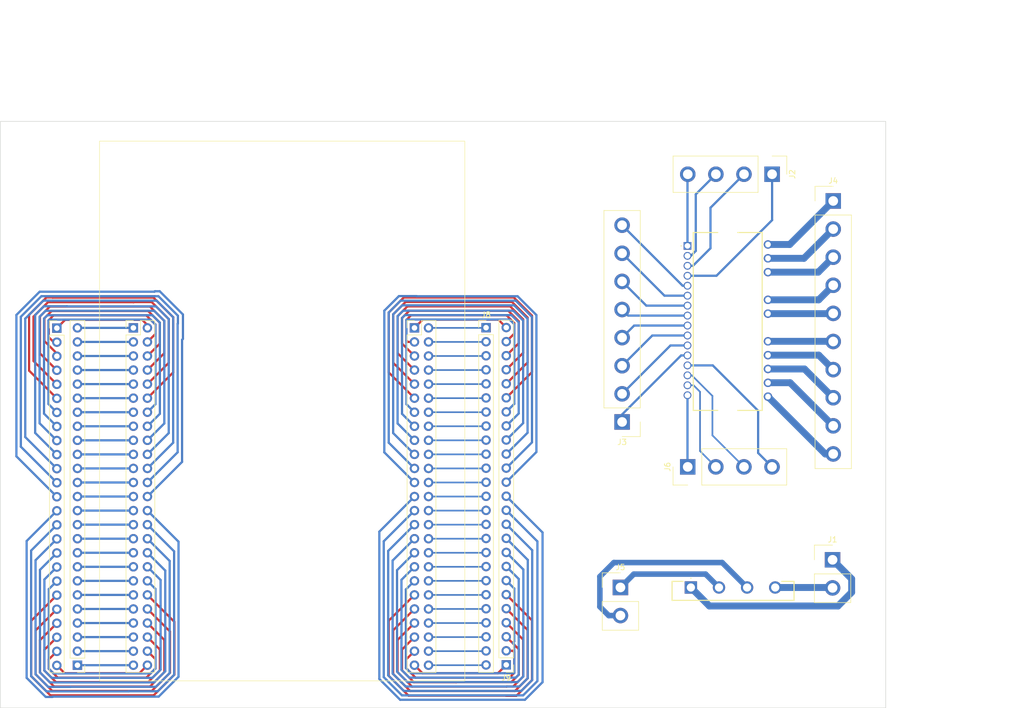
<source format=kicad_pcb>
(kicad_pcb (version 20221018) (generator pcbnew)
  (layers (0 "F.Cu" signal) (31 "B.Cu" signal) (34 "B.Paste" user) (35 "F.Paste" user) (36 "B.SilkS" user "B.Silkscreen") (37 "F.SilkS" user "F.Silkscreen") (38 "B.Mask" user) (39 "F.Mask" user) (44 "Edge.Cuts" user))
  (net 0 "")
  (net 1 "Net-(BR1-+)")
  (net 2 "Net-(BR1-~_1)")
  (net 3 "Net-(BR1-~_2)")
  (net 4 "Net-(BR1--)")
  (net 5 "Net-(IC1-GND)")
  (net 6 "Net-(IC1-T{slash}~{SD}{slash}OD_)")
  (net 7 "Net-(IC1-VCC_W_)")
  (net 8 "Net-(IC1-HIN_W)")
  (net 9 "Net-(IC1-LIN_W)")
  (net 10 "Net-(IC1-OP+)")
  (net 11 "Net-(IC1-OPOUT)")
  (net 12 "Net-(IC1-OP-)")
  (net 13 "Net-(IC1-VCC_V)")
  (net 14 "Net-(IC1-HIN_V_)")
  (net 15 "Net-(IC1-LIN_V)")
  (net 16 "Net-(IC1-CIN_)")
  (net 17 "Net-(IC1-VCC_U)")
  (net 18 "Net-(IC1-HIN_U)")
  (net 19 "Net-(IC1-T{slash}~{SD}{slash}OD)")
  (net 20 "Net-(IC1-LIN_U)")
  (net 21 "Net-(IC1-VBOOT_U)")
  (net 22 "Net-(IC1-P)")
  (net 23 "Net-(IC1-U_OUTU)")
  (net 24 "Net-(IC1-NU)")
  (net 25 "Net-(IC1-VBOOT_V)")
  (net 26 "Net-(IC1-V_OUTV)")
  (net 27 "Net-(IC1-NV)")
  (net 28 "Net-(IC1-VBOOT_W)")
  (net 29 "Net-(IC1-W_OUTW)")
  (net 30 "Net-(IC1-NW)")
  (net 31 "Net-(J11-Pin_25)")
  (net 32 "Net-(J11-Pin_24)")
  (net 33 "Net-(J11-Pin_23)")
  (net 34 "Net-(J11-Pin_22)")
  (net 35 "Net-(J11-Pin_21)")
  (net 36 "Net-(J11-Pin_20)")
  (net 37 "Net-(J11-Pin_19)")
  (net 38 "Net-(J11-Pin_18)")
  (net 39 "Net-(J11-Pin_17)")
  (net 40 "Net-(J11-Pin_16)")
  (net 41 "Net-(J11-Pin_15)")
  (net 42 "Net-(J11-Pin_14)")
  (net 43 "Net-(J11-Pin_13)")
  (net 44 "Net-(J11-Pin_12)")
  (net 45 "Net-(J11-Pin_11)")
  (net 46 "Net-(J11-Pin_10)")
  (net 47 "Net-(J11-Pin_9)")
  (net 48 "Net-(J11-Pin_8)")
  (net 49 "Net-(J11-Pin_7)")
  (net 50 "Net-(J11-Pin_6)")
  (net 51 "Net-(J11-Pin_5)")
  (net 52 "Net-(J11-Pin_4)")
  (net 53 "Net-(J11-Pin_3)")
  (net 54 "Net-(J11-Pin_2)")
  (net 55 "Net-(J11-Pin_1)")
  (net 56 "Net-(J10-Pin_1)")
  (net 57 "Net-(J10-Pin_2)")
  (net 58 "Net-(J10-Pin_3)")
  (net 59 "Net-(J10-Pin_4)")
  (net 60 "Net-(J10-Pin_5)")
  (net 61 "Net-(J10-Pin_6)")
  (net 62 "Net-(J10-Pin_7)")
  (net 63 "Net-(J10-Pin_8)")
  (net 64 "Net-(J10-Pin_9)")
  (net 65 "Net-(J10-Pin_10)")
  (net 66 "Net-(J10-Pin_11)")
  (net 67 "Net-(J10-Pin_12)")
  (net 68 "Net-(J10-Pin_13)")
  (net 69 "Net-(J10-Pin_14)")
  (net 70 "Net-(J10-Pin_15)")
  (net 71 "Net-(J10-Pin_16)")
  (net 72 "Net-(J10-Pin_17)")
  (net 73 "Net-(J10-Pin_18)")
  (net 74 "Net-(J10-Pin_19)")
  (net 75 "Net-(J10-Pin_20)")
  (net 76 "Net-(J10-Pin_21)")
  (net 77 "Net-(J10-Pin_22)")
  (net 78 "Net-(J10-Pin_23)")
  (net 79 "Net-(J10-Pin_24)")
  (net 80 "Net-(J10-Pin_25)")
  (net 81 "Net-(J9-Pin_25)")
  (net 82 "Net-(J9-Pin_24)")
  (net 83 "Net-(J9-Pin_23)")
  (net 84 "Net-(J7-PH0)")
  (net 85 "Net-(J7-PC14)")
  (net 86 "Net-(J7-PE6)")
  (net 87 "Net-(J7-PE4)")
  (net 88 "Net-(J7-PE2)")
  (net 89 "Net-(J7-PE0)")
  (net 90 "Net-(J7-PB8)")
  (net 91 "Net-(J7-BOOT0)")
  (net 92 "Net-(J7-PB6)")
  (net 93 "Net-(J7-PB4)")
  (net 94 "Net-(J7-PD7)")
  (net 95 "Net-(J7-PD5)")
  (net 96 "Net-(J7-PD3)")
  (net 97 "Net-(J7-PD1)")
  (net 98 "Net-(J7-PC12)")
  (net 99 "Net-(J7-PC10)")
  (net 100 "Net-(J7-PA14)")
  (net 101 "Net-(J7-PA10)")
  (net 102 "Net-(J7-PA8)")
  (net 103 "Net-(J7-PC8)")
  (net 104 "Net-(J7-PC6)")
  (net 105 "Net-(J9-Pin_1)")
  (net 106 "Net-(J8-Pin_1)")
  (net 107 "Net-(J8-Pin_2)")
  (net 108 "Net-(J8-Pin_3)")
  (net 109 "Net-(J7-PH1)")
  (net 110 "Net-(J7-PC15)")
  (net 111 "Net-(J7-PC13)")
  (net 112 "Net-(J7-PE5)")
  (net 113 "Net-(J7-PE3)")
  (net 114 "Net-(J7-PE1)")
  (net 115 "Net-(J7-PB9)")
  (net 116 "Net-(J8-Pin_11)")
  (net 117 "Net-(J7-PB7)")
  (net 118 "Net-(J7-PB5)")
  (net 119 "Net-(J7-PB3)")
  (net 120 "Net-(J7-PD6)")
  (net 121 "Net-(J7-PD4)")
  (net 122 "Net-(J7-PD2)")
  (net 123 "Net-(J7-PD0)")
  (net 124 "Net-(J7-PC11)")
  (net 125 "Net-(J7-PA15)")
  (net 126 "Net-(J7-PA13)")
  (net 127 "Net-(J7-PA9)")
  (net 128 "Net-(J7-PC9)")
  (net 129 "Net-(J7-PC7)")
  (net 130 "Net-(J8-Pin_25)")
  (footprint "Connector_Samtec_HPM_THT:Samtec_HPM-04-01-x-S_Straight_1x04_Pitch5.08mm" (layer "F.Cu") (at 215.4655 56.5495 -90)
    (fp_text reference "J2")
    (fp_text value "Conn_01x04")
  )
  (footprint "Custom:STM32F407G-DISC1-SHIELD" (layer "F.Cu") (at 126.91 102.39)
    (fp_text reference "J7" hide)
    (fp_text value "STM32F407G-DISC1-SHIELD" hide)
  )
  (footprint "Connector_Samtec_HPM_THT:Samtec_HPM-02-01-x-S_Straight_1x02_Pitch5.08mm" (layer "F.Cu") (at 226.393 126.232)
    (fp_text reference "J1")
    (fp_text value "Conn_01x02")
  )
  (footprint "Connector_PinHeader_2.54mm:PinHeader_1x25_P2.54mm_Vertical" (layer "F.Cu") (at 86.2 84.36)
    (fp_text reference "J10" hide)
    (fp_text value "Conn_01x25" hide)
  )
  (footprint "Connector_Samtec_HPM_THT:Samtec_HPM-08-01-x-S_Straight_1x08_Pitch5.08mm" (layer "F.Cu") (at 188.3555 101.3195 180)
    (fp_text reference "J3")
    (fp_text value "Conn_01x08")
  )
  (footprint "SamacSys_Parts:GBUE2560M3P" (layer "F.Cu") (at 200.7855 131.2375 180)
    (fp_text reference "BR1" hide)
    (fp_text value "GBUE2560-M3_P" hide)
  )
  (footprint "Connector_Samtec_HPM_THT:Samtec_HPM-10-01-x-S_Straight_1x10_Pitch5.08mm" (layer "F.Cu") (at 226.5125 61.3825)
    (fp_text reference "J4")
    (fp_text value "Conn_01x10")
  )
  (footprint "Connector_Samtec_HPM_THT:Samtec_HPM-02-01-x-S_Straight_1x02_Pitch5.08mm" (layer "F.Cu") (at 188.0555 131.2295)
    (fp_text reference "J5")
    (fp_text value "Conn_01x02")
  )
  (footprint "Connector_PinHeader_2.54mm:PinHeader_1x25_P2.54mm_Vertical" (layer "F.Cu") (at 163.77 84.28)
    (fp_text reference "J8")
    (fp_text value "Conn_01x25" hide)
  )
  (footprint "Connector_PinHeader_2.54mm:PinHeader_1x25_P2.54mm_Vertical" (layer "F.Cu") (at 167.42 145.22 180)
    (fp_text reference "J9")
    (fp_text value "Conn_01x25")
  )
  (footprint "Connector_PinHeader_2.54mm:PinHeader_1x25_P2.54mm_Vertical" (layer "F.Cu") (at 89.92 145.28 180)
    (fp_text reference "J11" hide)
    (fp_text value "Conn_01x25" hide)
  )
  (footprint "SamacSys_Parts:STGIPQ3H60THL" (layer "F.Cu") (at 200.1725 69.497 -90)
    (fp_text reference "IC1" hide)
    (fp_text value "STGIPQ3H60T-HL" hide)
  )
  (footprint "Connector_Samtec_HPM_THT:Samtec_HPM-04-01-x-S_Straight_1x04_Pitch5.08mm" (layer "F.Cu") (at 200.2155 109.4395 90)
    (fp_text reference "J6")
    (fp_text value "Conn_01x04")
  )
  (gr_rect locked (start 76 47) (end 236 153) (stroke (width 0.1)) (fill none) (layer "Edge.Cuts"))
  (segment (start 200.7855 131.2375) (end 204.128 134.58) (width 1.25) (layer "B.Cu") (net 1))
  (segment (start 204.128 134.58) (end 227.37 134.58) (width 1.25) (layer "B.Cu") (net 1))
  (segment (start 229.84 132.11) (end 229.84 129.679) (width 1.25) (layer "B.Cu") (net 1))
  (segment (start 227.37 134.58) (end 229.84 132.11) (width 1.25) (layer "B.Cu") (net 1))
  (segment (start 229.84 129.679) (end 226.393 126.232) (width 1.25) (layer "B.Cu") (net 1))
  (segment (start 190.465 128.82) (end 188.0555 131.2295) (width 1) (layer "B.Cu") (net 2))
  (segment (start 205.8655 131.2375) (end 203.448 128.82) (width 1) (layer "B.Cu") (net 2))
  (segment (start 203.448 128.82) (end 190.465 128.82) (width 1) (layer "B.Cu") (net 2))
  (segment (start 186.87 126.73) (end 184.34 129.26) (width 1) (layer "B.Cu") (net 3))
  (segment (start 206.438 126.73) (end 186.87 126.73) (width 1) (layer "B.Cu") (net 3))
  (segment (start 184.34 129.26) (end 184.34 134.71) (width 1) (layer "B.Cu") (net 3))
  (segment (start 184.34 134.71) (end 185.9395 136.3095) (width 1) (layer "B.Cu") (net 3))
  (segment (start 210.9455 131.2375) (end 206.438 126.73) (width 1) (layer "B.Cu") (net 3))
  (segment (start 185.9395 136.3095) (end 188.0555 136.3095) (width 1) (layer "B.Cu") (net 3))
  (segment (start 216.0255 131.2375) (end 226.3185 131.2375) (width 1.25) (layer "B.Cu") (net 4))
  (segment (start 226.3185 131.2375) (end 226.393 131.312) (width 1.25) (layer "B.Cu") (net 4))
  (segment (start 200.1725 69.497) (end 200.1725 56.6025) (width 0.4) (layer "B.Cu") (net 5))
  (segment (start 200.1725 56.6025) (end 200.2255 56.5495) (width 0.3) (layer "B.Cu") (net 5))
  (segment (start 205.3055 56.5495) (end 201.67 60.185) (width 0.4) (layer "B.Cu") (net 6))
  (segment (start 201.67 60.185) (end 201.67 70.4125) (width 0.4) (layer "B.Cu") (net 6))
  (segment (start 200.7855 71.297) (end 200.1725 71.297) (width 0.4) (layer "B.Cu") (net 6))
  (segment (start 201.67 70.4125) (end 200.7855 71.297) (width 0.4) (layer "B.Cu") (net 6))
  (segment (start 204.33 69.929449) (end 201.162449 73.097) (width 0.4) (layer "B.Cu") (net 7))
  (segment (start 201.162449 73.097) (end 200.1725 73.097) (width 0.4) (layer "B.Cu") (net 7))
  (segment (start 204.33 62.605) (end 204.33 69.929449) (width 0.4) (layer "B.Cu") (net 7))
  (segment (start 210.3855 56.5495) (end 204.33 62.605) (width 0.4) (layer "B.Cu") (net 7))
  (segment (start 215.4655 64.8445) (end 215.4655 56.5495) (width 0.4) (layer "B.Cu") (net 8))
  (segment (start 200.1725 74.898) (end 205.412 74.898) (width 0.4) (layer "B.Cu") (net 8))
  (segment (start 205.412 74.898) (end 215.4655 64.8445) (width 0.4) (layer "B.Cu") (net 8))
  (segment (start 199.293 76.697) (end 188.3555 65.7595) (width 0.4) (layer "B.Cu") (net 9))
  (segment (start 200.1725 76.697) (end 199.293 76.697) (width 0.4) (layer "B.Cu") (net 9))
  (segment (start 196.014 78.498) (end 188.3555 70.8395) (width 0.4) (layer "B.Cu") (net 10))
  (segment (start 200.1725 78.498) (end 196.014 78.498) (width 0.4) (layer "B.Cu") (net 10))
  (segment (start 200.1725 80.298) (end 192.734 80.298) (width 0.4) (layer "B.Cu") (net 11))
  (segment (start 192.734 80.298) (end 188.3555 75.9195) (width 0.4) (layer "B.Cu") (net 11))
  (segment (start 200.1725 82.098) (end 189.454 82.098) (width 0.4) (layer "B.Cu") (net 12))
  (segment (start 189.454 82.098) (end 188.3555 80.9995) (width 0.4) (layer "B.Cu") (net 12))
  (segment (start 190.537 83.898) (end 188.3555 86.0795) (width 0.4) (layer "B.Cu") (net 13))
  (segment (start 200.1725 83.898) (end 190.537 83.898) (width 0.4) (layer "B.Cu") (net 13))
  (segment (start 193.818 85.697) (end 188.3555 91.1595) (width 0.4) (layer "B.Cu") (net 14))
  (segment (start 200.1725 85.697) (end 193.818 85.697) (width 0.4) (layer "B.Cu") (net 14))
  (segment (start 197.098 87.497) (end 188.3555 96.2395) (width 0.4) (layer "B.Cu") (net 15))
  (segment (start 200.1725 87.497) (end 197.098 87.497) (width 0.4) (layer "B.Cu") (net 15))
  (segment (start 199.023 89.297) (end 188.3555 99.9645) (width 0.4) (layer "B.Cu") (net 16))
  (segment (start 188.3555 99.9645) (end 188.3555 101.3195) (width 0.4) (layer "B.Cu") (net 16))
  (segment (start 200.1725 89.297) (end 199.023 89.297) (width 0.4) (layer "B.Cu") (net 16))
  (segment (start 212.94 99.3) (end 212.94 106.924) (width 0.4) (layer "B.Cu") (net 17))
  (segment (start 200.1725 91.098) (end 204.738 91.098) (width 0.4) (layer "B.Cu") (net 17))
  (segment (start 212.94 106.924) (end 215.4555 109.4395) (width 0.4) (layer "B.Cu") (net 17))
  (segment (start 204.738 91.098) (end 212.94 99.3) (width 0.4) (layer "B.Cu") (net 17))
  (segment (start 204.68 103.744) (end 204.68 96.62) (width 0.3) (layer "B.Cu") (net 18))
  (segment (start 200.958 92.898) (end 200.1725 92.898) (width 0.3) (layer "B.Cu") (net 18))
  (segment (start 210.3755 109.4395) (end 204.68 103.744) (width 0.3) (layer "B.Cu") (net 18))
  (segment (start 204.68 96.62) (end 200.958 92.898) (width 0.3) (layer "B.Cu") (net 18))
  (segment (start 200.1725 94.697) (end 201.267 94.697) (width 0.3) (layer "B.Cu") (net 19))
  (segment (start 201.267 94.697) (end 202.44 95.87) (width 0.3) (layer "B.Cu") (net 19))
  (segment (start 202.44 106.584) (end 205.2955 109.4395) (width 0.3) (layer "B.Cu") (net 19))
  (segment (start 202.44 95.87) (end 202.44 106.584) (width 0.3) (layer "B.Cu") (net 19))
  (segment (start 200.1725 96.497) (end 200.1725 109.3965) (width 0.4) (layer "B.Cu") (net 20))
  (segment (start 200.1725 109.3965) (end 200.2155 109.4395) (width 0.3) (layer "B.Cu") (net 20))
  (segment (start 214.7225 96.747) (end 225.078 107.1025) (width 1.25) (layer "B.Cu") (net 21))
  (segment (start 225.078 107.1025) (end 226.5125 107.1025) (width 1.25) (layer "B.Cu") (net 21))
  (segment (start 226.5125 102.0225) (end 218.72 94.23) (width 1.25) (layer "B.Cu") (net 22))
  (segment (start 218.72 94.23) (end 214.7395 94.23) (width 1.25) (layer "B.Cu") (net 22))
  (segment (start 214.7395 94.23) (end 214.7225 94.247) (width 1.25) (layer "B.Cu") (net 22))
  (segment (start 221.317 91.747) (end 226.5125 96.9425) (width 1.25) (layer "B.Cu") (net 23))
  (segment (start 214.7225 91.747) (end 221.317 91.747) (width 1.25) (layer "B.Cu") (net 23))
  (segment (start 214.7225 89.247) (end 223.897 89.247) (width 1.25) (layer "B.Cu") (net 24))
  (segment (start 223.897 89.247) (end 226.5125 91.8625) (width 1.25) (layer "B.Cu") (net 24))
  (segment (start 214.7225 86.747) (end 226.477 86.747) (width 1.25) (layer "B.Cu") (net 25))
  (segment (start 226.477 86.747) (end 226.5125 86.7825) (width 1.25) (layer "B.Cu") (net 25))
  (segment (start 214.7225 81.747) (end 226.468 81.747) (width 1.25) (layer "B.Cu") (net 26))
  (segment (start 226.468 81.747) (end 226.5125 81.7025) (width 1.25) (layer "B.Cu") (net 26))
  (segment (start 223.888 79.247) (end 214.7225 79.247) (width 1.25) (layer "B.Cu") (net 27))
  (segment (start 223.888 79.247) (end 226.5125 76.6225) (width 1.25) (layer "B.Cu") (net 27))
  (segment (start 223.808 74.247) (end 226.5125 71.5425) (width 1.25) (layer "B.Cu") (net 28))
  (segment (start 214.7225 74.247) (end 223.808 74.247) (width 1.25) (layer "B.Cu") (net 28))
  (segment (start 214.7225 71.747) (end 221.228 71.747) (width 1.25) (layer "B.Cu") (net 29))
  (segment (start 221.228 71.747) (end 226.5125 66.4625) (width 1.25) (layer "B.Cu") (net 29))
  (segment (start 214.7225 69.247) (end 218.648 69.247) (width 1.25) (layer "B.Cu") (net 30))
  (segment (start 218.648 69.247) (end 226.5125 61.3825) (width 1.25) (layer "B.Cu") (net 30))
  (segment (start 89.92 84.32) (end 100.03 84.32) (width 0.4) (layer "B.Cu") (net 31))
  (segment (start 89.92 86.86) (end 100.03 86.86) (width 0.4) (layer "B.Cu") (net 32))
  (segment (start 89.92 89.4) (end 100.03 89.4) (width 0.4) (layer "B.Cu") (net 33))
  (segment (start 89.92 91.94) (end 100.03 91.94) (width 0.4) (layer "B.Cu") (net 34))
  (segment (start 89.92 94.48) (end 100.03 94.48) (width 0.4) (layer "B.Cu") (net 35))
  (segment (start 89.92 97.02) (end 100.03 97.02) (width 0.4) (layer "B.Cu") (net 36))
  (segment (start 89.92 99.56) (end 100.03 99.56) (width 0.4) (layer "B.Cu") (net 37))
  (segment (start 89.92 102.1) (end 100.03 102.1) (width 0.4) (layer "B.Cu") (net 38))
  (segment (start 89.92 104.64) (end 100.03 104.64) (width 0.4) (layer "B.Cu") (net 39))
  (segment (start 89.92 107.18) (end 100.03 107.18) (width 0.4) (layer "B.Cu") (net 40))
  (segment (start 89.92 109.72) (end 100.03 109.72) (width 0.4) (layer "B.Cu") (net 41))
  (segment (start 89.92 112.26) (end 100.03 112.26) (width 0.4) (layer "B.Cu") (net 42))
  (segment (start 89.92 114.8) (end 100.03 114.8) (width 0.4) (layer "B.Cu") (net 43))
  (segment (start 89.92 117.34) (end 100.03 117.34) (width 0.4) (layer "B.Cu") (net 44))
  (segment (start 89.92 119.88) (end 100.03 119.88) (width 0.4) (layer "B.Cu") (net 45))
  (segment (start 89.92 122.42) (end 100.03 122.42) (width 0.4) (layer "B.Cu") (net 46))
  (segment (start 89.92 124.96) (end 100.03 124.96) (width 0.4) (layer "B.Cu") (net 47))
  (segment (start 89.92 127.5) (end 100.03 127.5) (width 0.4) (layer "B.Cu") (net 48))
  (segment (start 89.92 130.04) (end 100.03 130.04) (width 0.4) (layer "B.Cu") (net 49))
  (segment (start 89.92 132.58) (end 100.03 132.58) (width 0.4) (layer "B.Cu") (net 50))
  (segment (start 89.92 135.12) (end 100.03 135.12) (width 0.4) (layer "B.Cu") (net 51))
  (segment (start 89.92 137.66) (end 100.03 137.66) (width 0.4) (layer "B.Cu") (net 52))
  (segment (start 89.92 140.2) (end 100.03 140.2) (width 0.4) (layer "B.Cu") (net 53))
  (segment (start 89.92 142.74) (end 100.03 142.74) (width 0.4) (layer "B.Cu") (net 54))
  (segment (start 89.92 145.28) (end 100.03 145.28) (width 0.4) (layer "B.Cu") (net 55))
  (segment (start 101.63 82.87) (end 102.57 83.81) (width 0.4) (layer "F.Cu") (net 56))
  (segment (start 86.2 84.36) (end 87.69 82.87) (width 0.4) (layer "F.Cu") (net 56))
  (segment (start 87.69 82.87) (end 101.63 82.87) (width 0.4) (layer "F.Cu") (net 56))
  (segment (start 102.57 83.81) (end 102.57 84.32) (width 0.4) (layer "F.Cu") (net 56))
  (segment (start 84.75 86.02) (end 85.63 86.9) (width 0.4) (layer "F.Cu") (net 57))
  (segment (start 85.63 86.9) (end 86.2 86.9) (width 0.4) (layer "F.Cu") (net 57))
  (segment (start 85.59 82.07) (end 84.75 82.91) (width 0.4) (layer "F.Cu") (net 57))
  (segment (start 104.02 83.71939) (end 102.37061 82.07) (width 0.4) (layer "F.Cu") (net 57))
  (segment (start 102.37061 82.07) (end 85.59 82.07) (width 0.4) (layer "F.Cu") (net 57))
  (segment (start 102.57 86.86) (end 104.02 85.41) (width 0.4) (layer "F.Cu") (net 57))
  (segment (start 84.75 82.91) (end 84.75 86.02) (width 0.4) (layer "F.Cu") (net 57))
  (segment (start 104.02 85.41) (end 104.02 83.71939) (width 0.4) (layer "F.Cu") (net 57))
  (segment (start 86.2 89.44) (end 86.2 88.95061) (width 0.4) (layer "F.Cu") (net 58))
  (segment (start 86.2 88.95061) (end 83.95 86.70061) (width 0.4) (layer "F.Cu") (net 58))
  (segment (start 83.95 86.70061) (end 83.95 82.57863) (width 0.4) (layer "F.Cu") (net 58))
  (segment (start 85.258629 81.27) (end 102.70198 81.27) (width 0.4) (layer "F.Cu") (net 58))
  (segment (start 104.82 87.15) (end 102.57 89.4) (width 0.4) (layer "F.Cu") (net 58))
  (segment (start 104.82 83.38802) (end 104.82 87.15) (width 0.4) (layer "F.Cu") (net 58))
  (segment (start 102.70198 81.27) (end 104.82 83.38802) (width 0.4) (layer "F.Cu") (net 58))
  (segment (start 83.95 82.57863) (end 85.258629 81.27) (width 0.4) (layer "F.Cu") (net 58))
  (segment (start 83.149999 82.24726) (end 83.149999 88.929999) (width 0.4) (layer "F.Cu") (net 59))
  (segment (start 83.149999 88.929999) (end 86.2 91.98) (width 0.4) (layer "F.Cu") (net 59))
  (segment (start 84.927258 80.47) (end 83.149999 82.24726) (width 0.4) (layer "F.Cu") (net 59))
  (segment (start 103.033351 80.47) (end 84.927258 80.47) (width 0.4) (layer "F.Cu") (net 59))
  (segment (start 105.62 88.89) (end 105.62 83.056649) (width 0.4) (layer "F.Cu") (net 59))
  (segment (start 102.57 91.94) (end 105.62 88.89) (width 0.4) (layer "F.Cu") (net 59))
  (segment (start 105.62 83.056649) (end 103.033351 80.47) (width 0.4) (layer "F.Cu") (net 59))
  (segment (start 106.42 90.63) (end 106.42 82.725279) (width 0.4) (layer "F.Cu") (net 60))
  (segment (start 103.344721 79.65) (end 100.08 79.65) (width 0.4) (layer "F.Cu") (net 60))
  (segment (start 106.42 82.725279) (end 103.344721 79.65) (width 0.4) (layer "F.Cu") (net 60))
  (segment (start 102.57 94.48) (end 106.42 90.63) (width 0.4) (layer "F.Cu") (net 60))
  (segment (start 81.98 90.3) (end 86.2 94.52) (width 0.4) (layer "F.Cu") (net 60))
  (segment (start 100.08 79.65) (end 100.06 79.67) (width 0.4) (layer "F.Cu") (net 60))
  (segment (start 84.595887 79.67) (end 81.98 82.285887) (width 0.4) (layer "F.Cu") (net 60))
  (segment (start 100.06 79.67) (end 84.595887 79.67) (width 0.4) (layer "F.Cu") (net 60))
  (segment (start 81.98 82.285887) (end 81.98 90.3) (width 0.4) (layer "F.Cu") (net 60))
  (segment (start 85.4 78.82) (end 84.314517 78.82) (width 0.4) (layer "F.Cu") (net 61))
  (segment (start 85.43 78.85) (end 85.4 78.82) (width 0.4) (layer "F.Cu") (net 61))
  (segment (start 81.18 92.04) (end 86.2 97.06) (width 0.4) (layer "F.Cu") (net 61))
  (segment (start 107.22 92.37) (end 107.22 82.393909) (width 0.4) (layer "F.Cu") (net 61))
  (segment (start 103.676092 78.85) (end 85.43 78.85) (width 0.4) (layer "F.Cu") (net 61))
  (segment (start 107.22 82.393909) (end 103.676092 78.85) (width 0.4) (layer "F.Cu") (net 61))
  (segment (start 81.18 81.954516) (end 81.18 92.04) (width 0.4) (layer "F.Cu") (net 61))
  (segment (start 84.314517 78.82) (end 81.18 81.954516) (width 0.4) (layer "F.Cu") (net 61))
  (segment (start 102.57 97.02) (end 107.22 92.37) (width 0.4) (layer "F.Cu") (net 61))
  (segment (start 103.13061 82.83) (end 84.83 82.83) (width 0.4) (layer "B.Cu") (net 62))
  (segment (start 104.02 83.71939) (end 103.13061 82.83) (width 0.4) (layer "B.Cu") (net 62))
  (segment (start 84.68 82.98) (end 84.68 98.08) (width 0.4) (layer "B.Cu") (net 62))
  (segment (start 104.02 98.11) (end 104.02 83.71939) (width 0.4) (layer "B.Cu") (net 62))
  (segment (start 102.57 99.56) (end 104.02 98.11) (width 0.4) (layer "B.Cu") (net 62))
  (segment (start 84.83 82.83) (end 84.68 82.98) (width 0.4) (layer "B.Cu") (net 62))
  (segment (start 84.68 98.08) (end 86.2 99.6) (width 0.4) (layer "B.Cu") (net 62))
  (segment (start 86.2 102.14) (end 83.88 99.82) (width 0.4) (layer "B.Cu") (net 63))
  (segment (start 104.82 83.388019) (end 104.82 99.85) (width 0.4) (layer "B.Cu") (net 63))
  (segment (start 103.46198 82.03) (end 104.82 83.388019) (width 0.4) (layer "B.Cu") (net 63))
  (segment (start 104.82 99.85) (end 102.57 102.1) (width 0.4) (layer "B.Cu") (net 63))
  (segment (start 83.88 82.64863) (end 84.498629 82.03) (width 0.4) (layer "B.Cu") (net 63))
  (segment (start 83.88 99.82) (end 83.88 82.64863) (width 0.4) (layer "B.Cu") (net 63))
  (segment (start 84.498629 82.03) (end 103.46198 82.03) (width 0.4) (layer "B.Cu") (net 63))
  (segment (start 105.62 101.59) (end 102.57 104.64) (width 0.4) (layer "B.Cu") (net 64))
  (segment (start 83.08 101.56) (end 83.08 82.317259) (width 0.4) (layer "B.Cu") (net 64))
  (segment (start 84.167258 81.23) (end 103.793351 81.23) (width 0.4) (layer "B.Cu") (net 64))
  (segment (start 86.2 104.68) (end 83.08 101.56) (width 0.4) (layer "B.Cu") (net 64))
  (segment (start 103.793351 81.23) (end 105.62 83.056648) (width 0.4) (layer "B.Cu") (net 64))
  (segment (start 105.62 83.056648) (end 105.62 101.59) (width 0.4) (layer "B.Cu") (net 64))
  (segment (start 83.08 82.317259) (end 84.167258 81.23) (width 0.4) (layer "B.Cu") (net 64))
  (segment (start 82.28 81.985888) (end 83.855888 80.41) (width 0.4) (layer "B.Cu") (net 65))
  (segment (start 106.42 82.725277) (end 106.42 103.33) (width 0.4) (layer "B.Cu") (net 65))
  (segment (start 88.05 80.43) (end 104.124722 80.43) (width 0.4) (layer "B.Cu") (net 65))
  (segment (start 83.855888 80.41) (end 88.03 80.41) (width 0.4) (layer "B.Cu") (net 65))
  (segment (start 104.124722 80.43) (end 106.42 82.725277) (width 0.4) (layer "B.Cu") (net 65))
  (segment (start 82.28 103.3) (end 82.28 81.985888) (width 0.4) (layer "B.Cu") (net 65))
  (segment (start 106.42 103.33) (end 102.57 107.18) (width 0.4) (layer "B.Cu") (net 65))
  (segment (start 86.2 107.22) (end 82.28 103.3) (width 0.4) (layer "B.Cu") (net 65))
  (segment (start 88.03 80.41) (end 88.05 80.43) (width 0.4) (layer "B.Cu") (net 65))
  (segment (start 107.22 82.393906) (end 104.226094 79.4) (width 0.4) (layer "B.Cu") (net 66))
  (segment (start 85.27 79.39) (end 83.744518 79.39) (width 0.4) (layer "B.Cu") (net 66))
  (segment (start 80.49 104.05) (end 86.2 109.76) (width 0.4) (layer "B.Cu") (net 66))
  (segment (start 104.226094 79.4) (end 85.28 79.4) (width 0.4) (layer "B.Cu") (net 66))
  (segment (start 102.57 109.72) (end 107.22 105.07) (width 0.4) (layer "B.Cu") (net 66))
  (segment (start 80.49 82.644518) (end 80.49 104.05) (width 0.4) (layer "B.Cu") (net 66))
  (segment (start 85.28 79.4) (end 85.27 79.39) (width 0.4) (layer "B.Cu") (net 66))
  (segment (start 107.22 105.07) (end 107.22 82.393906) (width 0.4) (layer "B.Cu") (net 66))
  (segment (start 83.744518 79.39) (end 80.49 82.644518) (width 0.4) (layer "B.Cu") (net 66))
  (segment (start 108.03 106.8) (end 108.03 83.59) (width 0.4) (layer "B.Cu") (net 67))
  (segment (start 108.08 82.122536) (end 104.557464 78.6) (width 0.4) (layer "B.Cu") (net 67))
  (segment (start 103.884724 78.59) (end 83.413148 78.59) (width 0.4) (layer "B.Cu") (net 67))
  (segment (start 79.69 82.313148) (end 79.69 105.79) (width 0.4) (layer "B.Cu") (net 67))
  (segment (start 102.57 112.26) (end 108.03 106.8) (width 0.4) (layer "B.Cu") (net 67))
  (segment (start 108.08 83.54) (end 108.08 82.122536) (width 0.4) (layer "B.Cu") (net 67))
  (segment (start 104.557464 78.6) (end 103.894724 78.6) (width 0.4) (layer "B.Cu") (net 67))
  (segment (start 79.69 105.79) (end 86.2 112.3) (width 0.4) (layer "B.Cu") (net 67))
  (segment (start 108.03 83.59) (end 108.08 83.54) (width 0.4) (layer "B.Cu") (net 67))
  (segment (start 83.413148 78.59) (end 79.69 82.313148) (width 0.4) (layer "B.Cu") (net 67))
  (segment (start 103.894724 78.6) (end 103.884724 78.59) (width 0.4) (layer "B.Cu") (net 67))
  (segment (start 86.2 114.84) (end 78.89 107.53) (width 0.4) (layer "B.Cu") (net 68))
  (segment (start 103.92 77.7) (end 104.788834 77.7) (width 0.4) (layer "B.Cu") (net 68))
  (segment (start 103.84 77.78) (end 103.92 77.7) (width 0.4) (layer "B.Cu") (net 68))
  (segment (start 108.83 108.54) (end 102.57 114.8) (width 0.4) (layer "B.Cu") (net 68))
  (segment (start 104.788834 77.7) (end 108.99 81.901166) (width 0.4) (layer "B.Cu") (net 68))
  (segment (start 78.89 107.53) (end 78.89 81.981778) (width 0.4) (layer "B.Cu") (net 68))
  (segment (start 108.99 86.31) (end 108.83 86.47) (width 0.4) (layer "B.Cu") (net 68))
  (segment (start 83.091778 77.78) (end 103.84 77.78) (width 0.4) (layer "B.Cu") (net 68))
  (segment (start 78.89 81.981778) (end 83.091778 77.78) (width 0.4) (layer "B.Cu") (net 68))
  (segment (start 108.99 81.901166) (end 108.99 86.31) (width 0.4) (layer "B.Cu") (net 68))
  (segment (start 108.83 86.47) (end 108.83 108.54) (width 0.4) (layer "B.Cu") (net 68))
  (segment (start 104.597462 150.96) (end 85.47 150.96) (width 0.4) (layer "B.Cu") (net 69))
  (segment (start 108.19 122.96) (end 108.19 147.367462) (width 0.4) (layer "B.Cu") (net 69))
  (segment (start 84.192539 151.02) (end 80.74 147.567461) (width 0.4) (layer "B.Cu") (net 69))
  (segment (start 80.74 122.84) (end 86.2 117.38) (width 0.4) (layer "B.Cu") (net 69))
  (segment (start 85.47 150.96) (end 85.41 151.02) (width 0.4) (layer "B.Cu") (net 69))
  (segment (start 108.19 147.367462) (end 104.597462 150.96) (width 0.4) (layer "B.Cu") (net 69))
  (segment (start 85.41 151.02) (end 84.192539 151.02) (width 0.4) (layer "B.Cu") (net 69))
  (segment (start 102.57 117.34) (end 108.19 122.96) (width 0.4) (layer "B.Cu") (net 69))
  (segment (start 80.74 147.567461) (end 80.74 122.84) (width 0.4) (layer "B.Cu") (net 69))
  (segment (start 104.436092 149.99) (end 99.19 149.99) (width 0.4) (layer "B.Cu") (net 70))
  (segment (start 99.19 149.99) (end 99.17 150.01) (width 0.4) (layer "B.Cu") (net 70))
  (segment (start 99.17 150.01) (end 84.313909 150.01) (width 0.4) (layer "B.Cu") (net 70))
  (segment (start 81.55 124.57) (end 86.2 119.92) (width 0.4) (layer "B.Cu") (net 70))
  (segment (start 107.39 124.7) (end 107.39 147.036091) (width 0.4) (layer "B.Cu") (net 70))
  (segment (start 84.313909 150.01) (end 81.55 147.246091) (width 0.4) (layer "B.Cu") (net 70))
  (segment (start 102.57 119.88) (end 107.39 124.7) (width 0.4) (layer "B.Cu") (net 70))
  (segment (start 107.39 147.036091) (end 104.436092 149.99) (width 0.4) (layer "B.Cu") (net 70))
  (segment (start 81.55 147.246091) (end 81.55 124.57) (width 0.4) (layer "B.Cu") (net 70))
  (segment (start 104.104721 149.19) (end 106.59 146.704721) (width 0.4) (layer "B.Cu") (net 71))
  (segment (start 88.67 149.19) (end 104.104721 149.19) (width 0.4) (layer "B.Cu") (net 71))
  (segment (start 88.65 149.21) (end 88.67 149.19) (width 0.4) (layer "B.Cu") (net 71))
  (segment (start 82.35 146.914721) (end 84.645279 149.21) (width 0.4) (layer "B.Cu") (net 71))
  (segment (start 82.35 126.31) (end 82.35 146.914721) (width 0.4) (layer "B.Cu") (net 71))
  (segment (start 84.645279 149.21) (end 88.65 149.21) (width 0.4) (layer "B.Cu") (net 71))
  (segment (start 106.59 126.44) (end 102.57 122.42) (width 0.4) (layer "B.Cu") (net 71))
  (segment (start 106.59 146.704721) (end 106.59 126.44) (width 0.4) (layer "B.Cu") (net 71))
  (segment (start 86.2 122.46) (end 82.35 126.31) (width 0.4) (layer "B.Cu") (net 71))
  (segment (start 105.79 146.373351) (end 105.79 128.18) (width 0.4) (layer "B.Cu") (net 72))
  (segment (start 84.956649 148.39) (end 103.773351 148.39) (width 0.4) (layer "B.Cu") (net 72))
  (segment (start 83.15 146.583351) (end 84.956649 148.39) (width 0.4) (layer "B.Cu") (net 72))
  (segment (start 83.15 128.05) (end 83.15 146.583351) (width 0.4) (layer "B.Cu") (net 72))
  (segment (start 103.773351 148.39) (end 105.79 146.373351) (width 0.4) (layer "B.Cu") (net 72))
  (segment (start 86.2 125) (end 83.15 128.05) (width 0.4) (layer "B.Cu") (net 72))
  (segment (start 105.79 128.18) (end 102.57 124.96) (width 0.4) (layer "B.Cu") (net 72))
  (segment (start 103.461981 147.57) (end 104.95 146.08198) (width 0.4) (layer "B.Cu") (net 73))
  (segment (start 85.268019 147.57) (end 103.461981 147.57) (width 0.4) (layer "B.Cu") (net 73))
  (segment (start 83.95 146.251981) (end 85.268019 147.57) (width 0.4) (layer "B.Cu") (net 73))
  (segment (start 104.95 129.88) (end 102.57 127.5) (width 0.4) (layer "B.Cu") (net 73))
  (segment (start 104.95 146.08198) (end 104.95 129.88) (width 0.4) (layer "B.Cu") (net 73))
  (segment (start 83.95 129.79) (end 83.95 146.251981) (width 0.4) (layer "B.Cu") (net 73))
  (segment (start 86.2 127.54) (end 83.95 129.79) (width 0.4) (layer "B.Cu") (net 73))
  (segment (start 84.75 131.53) (end 86.2 130.08) (width 0.4) (layer "B.Cu") (net 74))
  (segment (start 103.13061 146.77) (end 85.59939 146.77) (width 0.4) (layer "B.Cu") (net 74))
  (segment (start 102.57 130.04) (end 104.02 131.49) (width 0.4) (layer "B.Cu") (net 74))
  (segment (start 85.59939 146.77) (end 84.75 145.92061) (width 0.4) (layer "B.Cu") (net 74))
  (segment (start 104.02 131.49) (end 104.02 145.88061) (width 0.4) (layer "B.Cu") (net 74))
  (segment (start 104.02 145.88061) (end 103.13061 146.77) (width 0.4) (layer "B.Cu") (net 74))
  (segment (start 84.75 145.92061) (end 84.75 131.53) (width 0.4) (layer "B.Cu") (net 74))
  (segment (start 81.55 137.27) (end 81.55 147.246093) (width 0.4) (layer "F.Cu") (net 75))
  (segment (start 107.45 137.46) (end 102.57 132.58) (width 0.4) (layer "F.Cu") (net 75))
  (segment (start 86.2 132.62) (end 81.55 137.27) (width 0.4) (layer "F.Cu") (net 75))
  (segment (start 107.45 146.97609) (end 107.45 137.46) (width 0.4) (layer "F.Cu") (net 75))
  (segment (start 81.55 147.246093) (end 85.033906 150.73) (width 0.4) (layer "F.Cu") (net 75))
  (segment (start 85.033906 150.73) (end 103.69609 150.73) (width 0.4) (layer "F.Cu") (net 75))
  (segment (start 103.69609 150.73) (end 107.45 146.97609) (width 0.4) (layer "F.Cu") (net 75))
  (segment (start 85.365277 149.93) (end 103.36472 149.93) (width 0.4) (layer "F.Cu") (net 76))
  (segment (start 106.65 146.64472) (end 106.65 139.2) (width 0.4) (layer "F.Cu") (net 76))
  (segment (start 106.65 139.2) (end 102.57 135.12) (width 0.4) (layer "F.Cu") (net 76))
  (segment (start 82.35 139.01) (end 82.35 146.914722) (width 0.4) (layer "F.Cu") (net 76))
  (segment (start 86.2 135.16) (end 82.35 139.01) (width 0.4) (layer "F.Cu") (net 76))
  (segment (start 82.35 146.914722) (end 85.365277 149.93) (width 0.4) (layer "F.Cu") (net 76))
  (segment (start 103.36472 149.93) (end 106.65 146.64472) (width 0.4) (layer "F.Cu") (net 76))
  (segment (start 83.15 140.75) (end 83.15 146.583351) (width 0.4) (layer "F.Cu") (net 77))
  (segment (start 85.696648 149.13) (end 103.03335 149.13) (width 0.4) (layer "F.Cu") (net 77))
  (segment (start 103.03335 149.13) (end 105.62 146.54335) (width 0.4) (layer "F.Cu") (net 77))
  (segment (start 86.2 137.7) (end 83.15 140.75) (width 0.4) (layer "F.Cu") (net 77))
  (segment (start 105.62 140.71) (end 102.57 137.66) (width 0.4) (layer "F.Cu") (net 77))
  (segment (start 105.62 146.54335) (end 105.62 140.71) (width 0.4) (layer "F.Cu") (net 77))
  (segment (start 83.15 146.583351) (end 85.696648 149.13) (width 0.4) (layer "F.Cu") (net 77))
  (segment (start 86.2 140.24) (end 83.95 142.49) (width 0.4) (layer "F.Cu") (net 78))
  (segment (start 104.82 142.45) (end 102.57 140.2) (width 0.4) (layer "F.Cu") (net 78))
  (segment (start 83.95 142.49) (end 83.95 146.251981) (width 0.4) (layer "F.Cu") (net 78))
  (segment (start 83.95 146.251981) (end 86.028019 148.33) (width 0.4) (layer "F.Cu") (net 78))
  (segment (start 102.70198 148.33) (end 104.82 146.21198) (width 0.4) (layer "F.Cu") (net 78))
  (segment (start 86.028019 148.33) (end 102.70198 148.33) (width 0.4) (layer "F.Cu") (net 78))
  (segment (start 104.82 146.21198) (end 104.82 142.45) (width 0.4) (layer "F.Cu") (net 78))
  (segment (start 86.35939 147.53) (end 102.37061 147.53) (width 0.4) (layer "F.Cu") (net 79))
  (segment (start 104.02 144.19) (end 102.57 142.74) (width 0.4) (layer "F.Cu") (net 79))
  (segment (start 102.37061 147.53) (end 104.02 145.88061) (width 0.4) (layer "F.Cu") (net 79))
  (segment (start 84.75 144.23) (end 84.75 145.92061) (width 0.4) (layer "F.Cu") (net 79))
  (segment (start 84.75 145.92061) (end 86.35939 147.53) (width 0.4) (layer "F.Cu") (net 79))
  (segment (start 86.2 142.78) (end 84.75 144.23) (width 0.4) (layer "F.Cu") (net 79))
  (segment (start 104.02 145.88061) (end 104.02 144.19) (width 0.4) (layer "F.Cu") (net 79))
  (segment (start 87.61 146.73) (end 101.12 146.73) (width 0.4) (layer "F.Cu") (net 80))
  (segment (start 101.12 146.73) (end 102.57 145.28) (width 0.4) (layer "F.Cu") (net 80))
  (segment (start 86.2 145.32) (end 87.61 146.73) (width 0.4) (layer "F.Cu") (net 80))
  (segment (start 152.32 82.83) (end 165.99 82.83) (width 0.4) (layer "F.Cu") (net 81))
  (segment (start 150.83 84.32) (end 152.32 82.83) (width 0.4) (layer "F.Cu") (net 81))
  (segment (start 165.99 82.83) (end 167.42 84.26) (width 0.4) (layer "F.Cu") (net 81))
  (segment (start 149.38 86.612081) (end 149.38 82.87) (width 0.4) (layer "F.Cu") (net 82))
  (segment (start 150.22 82.03) (end 167.45 82.03) (width 0.4) (layer "F.Cu") (net 82))
  (segment (start 168.87 83.45) (end 168.87 85.35) (width 0.4) (layer "F.Cu") (net 82))
  (segment (start 168.87 85.35) (end 167.42 86.8) (width 0.4) (layer "F.Cu") (net 82))
  (segment (start 150.83 86.86) (end 149.627919 86.86) (width 0.4) (layer "F.Cu") (net 82))
  (segment (start 167.45 82.03) (end 168.87 83.45) (width 0.4) (layer "F.Cu") (net 82))
  (segment (start 149.627919 86.86) (end 149.38 86.612081) (width 0.4) (layer "F.Cu") (net 82))
  (segment (start 149.38 82.87) (end 150.22 82.03) (width 0.4) (layer "F.Cu") (net 82))
  (segment (start 169.67 87.09) (end 169.67 83.118629) (width 0.4) (layer "F.Cu") (net 83))
  (segment (start 148.58 87.15) (end 150.83 89.4) (width 0.4) (layer "F.Cu") (net 83))
  (segment (start 149.888629 81.23) (end 148.58 82.53863) (width 0.4) (layer "F.Cu") (net 83))
  (segment (start 148.58 82.53863) (end 148.58 87.15) (width 0.4) (layer "F.Cu") (net 83))
  (segment (start 167.781371 81.23) (end 149.888629 81.23) (width 0.4) (layer "F.Cu") (net 83))
  (segment (start 169.67 83.118629) (end 167.781371 81.23) (width 0.4) (layer "F.Cu") (net 83))
  (segment (start 167.42 89.34) (end 169.67 87.09) (width 0.4) (layer "F.Cu") (net 83))
  (segment (start 147.78 88.89) (end 147.78 82.207259) (width 0.4) (layer "F.Cu") (net 84))
  (segment (start 170.47 88.83) (end 167.42 91.88) (width 0.4) (layer "F.Cu") (net 84))
  (segment (start 168.13 80.43) (end 170.47 82.77) (width 0.4) (layer "F.Cu") (net 84))
  (segment (start 170.47 82.77) (end 170.47 88.83) (width 0.4) (layer "F.Cu") (net 84))
  (segment (start 150.83 91.94) (end 147.78 88.89) (width 0.4) (layer "F.Cu") (net 84))
  (segment (start 149.557258 80.43) (end 168.13 80.43) (width 0.4) (layer "F.Cu") (net 84))
  (segment (start 147.78 82.207259) (end 149.557258 80.43) (width 0.4) (layer "F.Cu") (net 84))
  (segment (start 168.461371 79.63) (end 149.225887 79.63) (width 0.4) (layer "F.Cu") (net 85))
  (segment (start 146.979999 90.629999) (end 150.83 94.48) (width 0.4) (layer "F.Cu") (net 85))
  (segment (start 167.42 94.42) (end 171.27 90.57) (width 0.4) (layer "F.Cu") (net 85))
  (segment (start 171.27 82.438629) (end 168.461371 79.63) (width 0.4) (layer "F.Cu") (net 85))
  (segment (start 146.979999 81.875889) (end 146.979999 90.629999) (width 0.4) (layer "F.Cu") (net 85))
  (segment (start 149.225887 79.63) (end 146.979999 81.875889) (width 0.4) (layer "F.Cu") (net 85))
  (segment (start 171.27 90.57) (end 171.27 82.438629) (width 0.4) (layer "F.Cu") (net 85))
  (segment (start 167.42 96.96) (end 172.07 92.31) (width 0.4) (layer "F.Cu") (net 86))
  (segment (start 146.179999 81.544518) (end 146.179999 92.369999) (width 0.4) (layer "F.Cu") (net 86))
  (segment (start 168.792742 78.83) (end 148.894516 78.83) (width 0.4) (layer "F.Cu") (net 86))
  (segment (start 146.179999 92.369999) (end 150.83 97.02) (width 0.4) (layer "F.Cu") (net 86))
  (segment (start 148.894516 78.83) (end 146.179999 81.544518) (width 0.4) (layer "F.Cu") (net 86))
  (segment (start 172.07 92.31) (end 172.07 82.107259) (width 0.4) (layer "F.Cu") (net 86))
  (segment (start 172.07 82.107259) (end 168.792742 78.83) (width 0.4) (layer "F.Cu") (net 86))
  (segment (start 149.38 98.11) (end 150.83 99.56) (width 0.4) (layer "B.Cu") (net 87))
  (segment (start 168.87 83.65939) (end 168.02061 82.81) (width 0.4) (layer "B.Cu") (net 87))
  (segment (start 168.87 98.05) (end 168.87 83.65939) (width 0.4) (layer "B.Cu") (net 87))
  (segment (start 149.38 82.87) (end 149.38 98.11) (width 0.4) (layer "B.Cu") (net 87))
  (segment (start 167.42 99.5) (end 168.87 98.05) (width 0.4) (layer "B.Cu") (net 87))
  (segment (start 168.02061 82.81) (end 149.44 82.81) (width 0.4) (layer "B.Cu") (net 87))
  (segment (start 149.44 82.81) (end 149.38 82.87) (width 0.4) (layer "B.Cu") (net 87))
  (segment (start 148.58 99.85) (end 148.58 82.53863) (width 0.4) (layer "B.Cu") (net 88))
  (segment (start 149.108629 82.01) (end 168.35198 82.01) (width 0.4) (layer "B.Cu") (net 88))
  (segment (start 150.83 102.1) (end 148.58 99.85) (width 0.4) (layer "B.Cu") (net 88))
  (segment (start 169.67 99.79) (end 167.42 102.04) (width 0.4) (layer "B.Cu") (net 88))
  (segment (start 169.67 83.328019) (end 169.67 99.79) (width 0.4) (layer "B.Cu") (net 88))
  (segment (start 168.35198 82.01) (end 169.67 83.328019) (width 0.4) (layer "B.Cu") (net 88))
  (segment (start 148.58 82.53863) (end 149.108629 82.01) (width 0.4) (layer "B.Cu") (net 88))
  (segment (start 170.47 82.996648) (end 168.68335 81.209999) (width 0.4) (layer "B.Cu") (net 89))
  (segment (start 147.78 101.59) (end 150.83 104.64) (width 0.4) (layer "B.Cu") (net 89))
  (segment (start 168.68335 81.209999) (end 148.777257 81.21) (width 0.4) (layer "B.Cu") (net 89))
  (segment (start 167.42 104.58) (end 170.47 101.53) (width 0.4) (layer "B.Cu") (net 89))
  (segment (start 170.47 101.53) (end 170.47 82.996648) (width 0.4) (layer "B.Cu") (net 89))
  (segment (start 148.777257 81.21) (end 147.78 82.207259) (width 0.4) (layer "B.Cu") (net 89))
  (segment (start 147.78 82.207259) (end 147.78 101.59) (width 0.4) (layer "B.Cu") (net 89))
  (segment (start 168.844723 80.24) (end 171.27 82.665277) (width 0.4) (layer "B.Cu") (net 90))
  (segment (start 150.83 107.18) (end 146.98 103.33) (width 0.4) (layer "B.Cu") (net 90))
  (segment (start 148.615886 80.24) (end 168.844723 80.24) (width 0.4) (layer "B.Cu") (net 90))
  (segment (start 146.98 103.33) (end 146.98 81.875888) (width 0.4) (layer "B.Cu") (net 90))
  (segment (start 171.27 82.665277) (end 171.27 103.27) (width 0.4) (layer "B.Cu") (net 90))
  (segment (start 171.27 103.27) (end 167.42 107.12) (width 0.4) (layer "B.Cu") (net 90))
  (segment (start 146.98 81.875888) (end 148.615886 80.24) (width 0.4) (layer "B.Cu") (net 90))
  (segment (start 169.136093 79.4) (end 172.07 82.333907) (width 0.4) (layer "B.Cu") (net 91))
  (segment (start 148.324517 79.4) (end 169.136093 79.4) (width 0.4) (layer "B.Cu") (net 91))
  (segment (start 146.18 105.07) (end 146.18 81.544517) (width 0.4) (layer "B.Cu") (net 91))
  (segment (start 172.07 105.01) (end 167.42 109.66) (width 0.4) (layer "B.Cu") (net 91))
  (segment (start 150.83 109.72) (end 146.18 105.07) (width 0.4) (layer "B.Cu") (net 91))
  (segment (start 146.18 81.544517) (end 148.324517 79.4) (width 0.4) (layer "B.Cu") (net 91))
  (segment (start 172.07 82.333907) (end 172.07 105.01) (width 0.4) (layer "B.Cu") (net 91))
  (segment (start 169.467463 78.6) (end 172.87 82.002537) (width 0.4) (layer "B.Cu") (net 92))
  (segment (start 150.83 112.26) (end 145.38 106.81) (width 0.4) (layer "B.Cu") (net 92))
  (segment (start 145.38 106.81) (end 145.38 81.213147) (width 0.4) (layer "B.Cu") (net 92))
  (segment (start 172.87 82.002537) (end 172.87 106.75) (width 0.4) (layer "B.Cu") (net 92))
  (segment (start 151.23 78.6) (end 169.467463 78.6) (width 0.4) (layer "B.Cu") (net 92))
  (segment (start 145.38 81.213147) (end 148.023147 78.57) (width 0.4) (layer "B.Cu") (net 92))
  (segment (start 151.2 78.57) (end 151.23 78.6) (width 0.4) (layer "B.Cu") (net 92))
  (segment (start 172.87 106.75) (end 167.42 112.2) (width 0.4) (layer "B.Cu") (net 92))
  (segment (start 148.023147 78.57) (end 151.2 78.57) (width 0.4) (layer "B.Cu") (net 92))
  (segment (start 170.798222 151.53) (end 173.98 148.348223) (width 0.4) (layer "B.Cu") (net 93))
  (segment (start 173.98 121.3) (end 167.42 114.74) (width 0.4) (layer "B.Cu") (net 93))
  (segment (start 144.48 147.768836) (end 148.241165 151.53) (width 0.4) (layer "B.Cu") (net 93))
  (segment (start 150.83 114.8) (end 144.48 121.15) (width 0.4) (layer "B.Cu") (net 93))
  (segment (start 144.48 121.15) (end 144.48 147.768836) (width 0.4) (layer "B.Cu") (net 93))
  (segment (start 148.241165 151.53) (end 170.798222 151.53) (width 0.4) (layer "B.Cu") (net 93))
  (segment (start 173.98 148.348223) (end 173.98 121.3) (width 0.4) (layer "B.Cu") (net 93))
  (segment (start 145.28 147.437465) (end 148.572536 150.73) (width 0.4) (layer "B.Cu") (net 94))
  (segment (start 170.466852 150.73) (end 173.05 148.146852) (width 0.4) (layer "B.Cu") (net 94))
  (segment (start 148.572536 150.73) (end 170.466852 150.73) (width 0.4) (layer "B.Cu") (net 94))
  (segment (start 173.05 148.146852) (end 173.05 122.91) (width 0.4) (layer "B.Cu") (net 94))
  (segment (start 145.28 122.89) (end 145.28 147.437465) (width 0.4) (layer "B.Cu") (net 94))
  (segment (start 173.05 122.91) (end 167.42 117.28) (width 0.4) (layer "B.Cu") (net 94))
  (segment (start 150.83 117.34) (end 145.28 122.89) (width 0.4) (layer "B.Cu") (net 94))
  (segment (start 172.11 147.955482) (end 172.11 124.51) (width 0.4) (layer "B.Cu") (net 95))
  (segment (start 172.11 124.51) (end 167.42 119.82) (width 0.4) (layer "B.Cu") (net 95))
  (segment (start 150.83 119.88) (end 146.08 124.63) (width 0.4) (layer "B.Cu") (net 95))
  (segment (start 146.08 124.63) (end 146.08 147.106094) (width 0.4) (layer "B.Cu") (net 95))
  (segment (start 170.135481 149.93) (end 172.11 147.955482) (width 0.4) (layer "B.Cu") (net 95))
  (segment (start 146.08 147.106094) (end 148.903907 149.93) (width 0.4) (layer "B.Cu") (net 95))
  (segment (start 148.903907 149.93) (end 170.135481 149.93) (width 0.4) (layer "B.Cu") (net 95))
  (segment (start 150.83 122.42) (end 146.88 126.37) (width 0.4) (layer "B.Cu") (net 96))
  (segment (start 146.88 126.37) (end 146.88 146.774723) (width 0.4) (layer "B.Cu") (net 96))
  (segment (start 169.80411 149.13) (end 171.31 147.624111) (width 0.4) (layer "B.Cu") (net 96))
  (segment (start 149.235278 149.13) (end 169.80411 149.13) (width 0.4) (layer "B.Cu") (net 96))
  (segment (start 146.88 146.774723) (end 149.235278 149.13) (width 0.4) (layer "B.Cu") (net 96))
  (segment (start 171.31 147.624111) (end 171.31 126.25) (width 0.4) (layer "B.Cu") (net 96))
  (segment (start 171.31 126.25) (end 167.42 122.36) (width 0.4) (layer "B.Cu") (net 96))
  (segment (start 169.47274 148.33) (end 170.51 147.29274) (width 0.4) (layer "B.Cu") (net 97))
  (segment (start 170.51 147.29274) (end 170.51 127.99) (width 0.4) (layer "B.Cu") (net 97))
  (segment (start 149.566649 148.33) (end 169.47274 148.33) (width 0.4) (layer "B.Cu") (net 97))
  (segment (start 147.68 146.443352) (end 149.566649 148.33) (width 0.4) (layer "B.Cu") (net 97))
  (segment (start 147.68 128.11) (end 147.68 146.443352) (width 0.4) (layer "B.Cu") (net 97))
  (segment (start 170.51 127.99) (end 167.42 124.9) (width 0.4) (layer "B.Cu") (net 97))
  (segment (start 150.83 124.96) (end 147.68 128.11) (width 0.4) (layer "B.Cu") (net 97))
  (segment (start 169.67 129.69) (end 167.42 127.44) (width 0.4) (layer "B.Cu") (net 98))
  (segment (start 169.14137 147.53) (end 169.67 147.00137) (width 0.4) (layer "B.Cu") (net 98))
  (segment (start 148.48 129.85) (end 148.48 146.111981) (width 0.4) (layer "B.Cu") (net 98))
  (segment (start 150.83 127.5) (end 148.48 129.85) (width 0.4) (layer "B.Cu") (net 98))
  (segment (start 149.89802 147.53) (end 169.14137 147.53) (width 0.4) (layer "B.Cu") (net 98))
  (segment (start 169.67 147.00137) (end 169.67 129.69) (width 0.4) (layer "B.Cu") (net 98))
  (segment (start 148.48 146.111981) (end 149.89802 147.53) (width 0.4) (layer "B.Cu") (net 98))
  (segment (start 167.42 129.98) (end 168.87 131.43) (width 0.4) (layer "B.Cu") (net 99))
  (segment (start 168.87 140.99) (end 168.6 141.26) (width 0.4) (layer "B.Cu") (net 99))
  (segment (start 150.22939 146.73) (end 149.28 145.78061) (width 0.4) (layer "B.Cu") (net 99))
  (segment (start 168.87 141.53) (end 168.87 146.67) (width 0.4) (layer "B.Cu") (net 99))
  (segment (start 168.81 146.73) (end 150.22939 146.73) (width 0.4) (layer "B.Cu") (net 99))
  (segment (start 149.28 145.78061) (end 149.28 131.59) (width 0.4) (layer "B.Cu") (net 99))
  (segment (start 168.87 146.67) (end 168.81 146.73) (width 0.4) (layer "B.Cu") (net 99))
  (segment (start 149.28 131.59) (end 150.83 130.04) (width 0.4) (layer "B.Cu") (net 99))
  (segment (start 168.6 141.26) (end 168.87 141.53) (width 0.4) (layer "B.Cu") (net 99))
  (segment (start 168.87 131.43) (end 168.87 140.99) (width 0.4) (layer "B.Cu") (net 99))
  (segment (start 172.07 137.17) (end 167.42 132.52) (width 0.4) (layer "F.Cu") (net 100))
  (segment (start 146.179999 147.206091) (end 149.763908 150.79) (width 0.4) (layer "F.Cu") (net 100))
  (segment (start 169.235482 150.83) (end 172.07 147.995483) (width 0.4) (layer "F.Cu") (net 100))
  (segment (start 149.763908 150.79) (end 167.38 150.79) (width 0.4) (layer "F.Cu") (net 100))
  (segment (start 167.42 150.83) (end 169.235482 150.83) (width 0.4) (layer "F.Cu") (net 100))
  (segment (start 172.07 147.995483) (end 172.07 137.17) (width 0.4) (layer "F.Cu") (net 100))
  (segment (start 167.38 150.79) (end 167.42 150.83) (width 0.4) (layer "F.Cu") (net 100))
  (segment (start 146.18 137.23) (end 146.179999 147.206091) (width 0.4) (layer "F.Cu") (net 100))
  (segment (start 150.83 132.58) (end 146.18 137.23) (width 0.4) (layer "F.Cu") (net 100))
  (segment (start 146.98 138.97) (end 150.83 135.12) (width 0.4) (layer "F.Cu") (net 101))
  (segment (start 146.98 146.874721) (end 146.98 138.97) (width 0.4) (layer "F.Cu") (net 101))
  (segment (start 171.27 147.664112) (end 168.984112 149.95) (width 0.4) (layer "F.Cu") (net 101))
  (segment (start 150.055278 149.95) (end 146.98 146.874721) (width 0.4) (layer "F.Cu") (net 101))
  (segment (start 168.984112 149.95) (end 150.055278 149.95) (width 0.4) (layer "F.Cu") (net 101))
  (segment (start 167.42 135.06) (end 171.27 138.91) (width 0.4) (layer "F.Cu") (net 101))
  (segment (start 171.27 138.91) (end 171.27 147.664112) (width 0.4) (layer "F.Cu") (net 101))
  (segment (start 170.47 147.332741) (end 170.47 140.65) (width 0.4) (layer "F.Cu") (net 102))
  (segment (start 150.83 137.66) (end 147.78 140.71) (width 0.4) (layer "F.Cu") (net 102))
  (segment (start 167.5 149.13) (end 168.672742 149.13) (width 0.4) (layer "F.Cu") (net 102))
  (segment (start 147.78 140.71) (end 147.78 146.54335) (width 0.4) (layer "F.Cu") (net 102))
  (segment (start 150.386649 149.15) (end 167.48 149.15) (width 0.4) (layer "F.Cu") (net 102))
  (segment (start 168.672742 149.13) (end 170.47 147.332741) (width 0.4) (layer "F.Cu") (net 102))
  (segment (start 170.47 140.65) (end 167.42 137.6) (width 0.4) (layer "F.Cu") (net 102))
  (segment (start 147.78 146.54335) (end 150.386649 149.15) (width 0.4) (layer "F.Cu") (net 102))
  (segment (start 167.48 149.15) (end 167.5 149.13) (width 0.4) (layer "F.Cu") (net 102))
  (segment (start 150.71802 148.35) (end 158.36 148.35) (width 0.4) (layer "F.Cu") (net 103))
  (segment (start 158.38 148.33) (end 168.341371 148.33) (width 0.4) (layer "F.Cu") (net 103))
  (segment (start 169.67 142.39) (end 167.42 140.14) (width 0.4) (layer "F.Cu") (net 103))
  (segment (start 158.36 148.35) (end 158.38 148.33) (width 0.4) (layer "F.Cu") (net 103))
  (segment (start 169.67 147.00137) (end 169.67 142.39) (width 0.4) (layer "F.Cu") (net 103))
  (segment (start 168.341371 148.33) (end 169.67 147.00137) (width 0.4) (layer "F.Cu") (net 103))
  (segment (start 150.83 140.2) (end 148.58 142.45) (width 0.4) (layer "F.Cu") (net 103))
  (segment (start 148.58 142.45) (end 148.58 146.21198) (width 0.4) (layer "F.Cu") (net 103))
  (segment (start 148.58 146.21198) (end 150.71802 148.35) (width 0.4) (layer "F.Cu") (net 103))
  (segment (start 168.87 142.927919) (end 168.87 146.67) (width 0.4) (layer "F.Cu") (net 104))
  (segment (start 168.87 146.67) (end 168.01 147.53) (width 0.4) (layer "F.Cu") (net 104))
  (segment (start 151.02939 147.53) (end 149.38 145.88061) (width 0.4) (layer "F.Cu") (net 104))
  (segment (start 149.38 144.19) (end 150.83 142.74) (width 0.4) (layer "F.Cu") (net 104))
  (segment (start 149.38 145.88061) (end 149.38 144.19) (width 0.4) (layer "F.Cu") (net 104))
  (segment (start 168.01 147.53) (end 151.02939 147.53) (width 0.4) (layer "F.Cu") (net 104))
  (segment (start 167.42 142.68) (end 168.622081 142.68) (width 0.4) (layer "F.Cu") (net 104))
  (segment (start 168.622081 142.68) (end 168.87 142.927919) (width 0.4) (layer "F.Cu") (net 104))
  (segment (start 165.91 146.73) (end 152.28 146.73) (width 0.4) (layer "F.Cu") (net 105))
  (segment (start 167.42 145.22) (end 165.91 146.73) (width 0.4) (layer "F.Cu") (net 105))
  (segment (start 152.28 146.73) (end 150.83 145.28) (width 0.4) (layer "F.Cu") (net 105))
  (segment (start 153.37 84.32) (end 163.73 84.32) (width 0.3) (layer "B.Cu") (net 106))
  (segment (start 163.73 84.32) (end 163.77 84.28) (width 0.3) (layer "B.Cu") (net 106))
  (segment (start 153.37 86.86) (end 163.73 86.86) (width 0.3) (layer "B.Cu") (net 107))
  (segment (start 163.73 86.86) (end 163.77 86.82) (width 0.3) (layer "B.Cu") (net 107))
  (segment (start 153.37 89.4) (end 163.73 89.4) (width 0.3) (layer "B.Cu") (net 108))
  (segment (start 163.73 89.4) (end 163.77 89.36) (width 0.3) (layer "B.Cu") (net 108))
  (segment (start 163.73 91.94) (end 163.77 91.9) (width 0.3) (layer "B.Cu") (net 109))
  (segment (start 153.37 91.94) (end 163.73 91.94) (width 0.3) (layer "B.Cu") (net 109))
  (segment (start 153.37 94.48) (end 163.73 94.48) (width 0.3) (layer "B.Cu") (net 110))
  (segment (start 163.73 94.48) (end 163.77 94.44) (width 0.3) (layer "B.Cu") (net 110))
  (segment (start 163.73 97.02) (end 163.77 96.98) (width 0.3) (layer "B.Cu") (net 111))
  (segment (start 153.37 97.02) (end 163.73 97.02) (width 0.3) (layer "B.Cu") (net 111))
  (segment (start 163.73 99.56) (end 163.77 99.52) (width 0.3) (layer "B.Cu") (net 112))
  (segment (start 153.37 99.56) (end 163.73 99.56) (width 0.3) (layer "B.Cu") (net 112))
  (segment (start 153.37 102.1) (end 163.73 102.1) (width 0.3) (layer "B.Cu") (net 113))
  (segment (start 163.73 102.1) (end 163.77 102.06) (width 0.3) (layer "B.Cu") (net 113))
  (segment (start 153.37 104.64) (end 163.73 104.64) (width 0.3) (layer "B.Cu") (net 114))
  (segment (start 163.73 104.64) (end 163.77 104.6) (width 0.3) (layer "B.Cu") (net 114))
  (segment (start 163.73 107.18) (end 163.77 107.14) (width 0.3) (layer "B.Cu") (net 115))
  (segment (start 153.37 107.18) (end 163.73 107.18) (width 0.3) (layer "B.Cu") (net 115))
  (segment (start 153.37 109.72) (end 163.73 109.72) (width 0.3) (layer "B.Cu") (net 116))
  (segment (start 163.73 109.72) (end 163.77 109.68) (width 0.3) (layer "B.Cu") (net 116))
  (segment (start 163.73 112.26) (end 163.77 112.22) (width 0.3) (layer "B.Cu") (net 117))
  (segment (start 153.37 112.26) (end 163.73 112.26) (width 0.3) (layer "B.Cu") (net 117))
  (segment (start 163.73 114.8) (end 163.77 114.76) (width 0.3) (layer "B.Cu") (net 118))
  (segment (start 153.37 114.8) (end 163.73 114.8) (width 0.3) (layer "B.Cu") (net 118))
  (segment (start 163.73 117.34) (end 163.77 117.3) (width 0.3) (layer "B.Cu") (net 119))
  (segment (start 153.37 117.34) (end 163.73 117.34) (width 0.3) (layer "B.Cu") (net 119))
  (segment (start 153.37 119.88) (end 163.73 119.88) (width 0.3) (layer "B.Cu") (net 120))
  (segment (start 163.73 119.88) (end 163.77 119.84) (width 0.3) (layer "B.Cu") (net 120))
  (segment (start 163.73 122.42) (end 163.77 122.38) (width 0.3) (layer "B.Cu") (net 121))
  (segment (start 153.37 122.42) (end 163.73 122.42) (width 0.3) (layer "B.Cu") (net 121))
  (segment (start 163.73 124.96) (end 163.77 124.92) (width 0.3) (layer "B.Cu") (net 122))
  (segment (start 153.37 124.96) (end 163.73 124.96) (width 0.3) (layer "B.Cu") (net 122))
  (segment (start 153.37 127.5) (end 163.73 127.5) (width 0.3) (layer "B.Cu") (net 123))
  (segment (start 163.73 127.5) (end 163.77 127.46) (width 0.3) (layer "B.Cu") (net 123))
  (segment (start 153.37 130.04) (end 163.73 130.04) (width 0.3) (layer "B.Cu") (net 124))
  (segment (start 163.73 130.04) (end 163.77 130) (width 0.3) (layer "B.Cu") (net 124))
  (segment (start 153.37 132.58) (end 163.73 132.58) (width 0.3) (layer "B.Cu") (net 125))
  (segment (start 163.73 132.58) (end 163.77 132.54) (width 0.3) (layer "B.Cu") (net 125))
  (segment (start 153.37 135.12) (end 163.73 135.12) (width 0.3) (layer "B.Cu") (net 126))
  (segment (start 163.73 135.12) (end 163.77 135.08) (width 0.3) (layer "B.Cu") (net 126))
  (segment (start 153.37 137.66) (end 163.73 137.66) (width 0.3) (layer "B.Cu") (net 127))
  (segment (start 163.73 137.66) (end 163.77 137.62) (width 0.3) (layer "B.Cu") (net 127))
  (segment (start 153.37 140.2) (end 163.73 140.2) (width 0.3) (layer "B.Cu") (net 128))
  (segment (start 163.73 140.2) (end 163.77 140.16) (width 0.3) (layer "B.Cu") (net 128))
  (segment (start 163.73 142.74) (end 163.77 142.7) (width 0.3) (layer "B.Cu") (net 129))
  (segment (start 153.37 142.74) (end 163.73 142.74) (width 0.3) (layer "B.Cu") (net 129))
  (segment (start 153.37 145.28) (end 163.73 145.28) (width 0.3) (layer "B.Cu") (net 130))
  (segment (start 163.73 145.28) (end 163.77 145.24) (width 0.3) (layer "B.Cu") (net 130))
)
</source>
